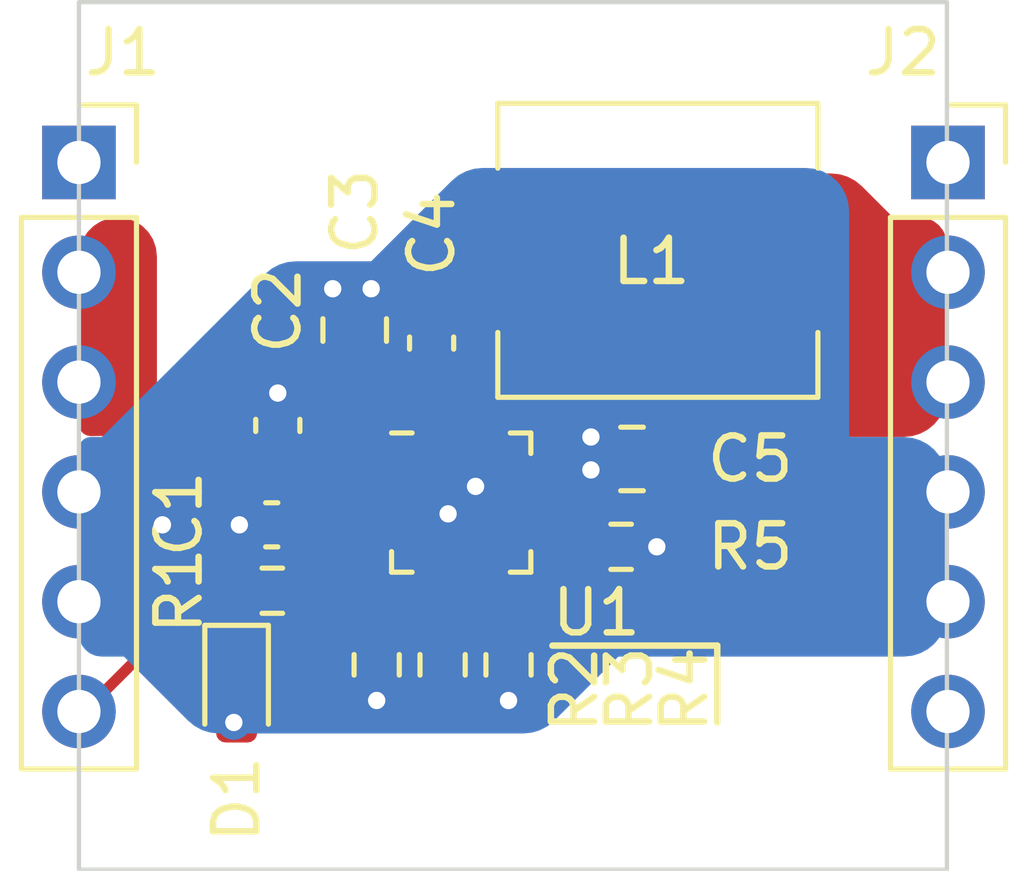
<source format=kicad_pcb>
(kicad_pcb (version 20210722) (generator pcbnew)
  (title_block (title "battery charger") (date "2021-07-07") (rev "0.2") (company "Alex Carter"))
  (layers (0 "F.Cu" signal) (31 "B.Cu" signal) (34 "B.Paste" user) (35 "F.Paste" user) (36 "B.SilkS" user "B.Silkscreen") (37 "F.SilkS" user "F.Silkscreen") (38 "B.Mask" user) (39 "F.Mask" user) (44 "Edge.Cuts" user))
  (net 0 "")
  (net 1 "GND")
  (net 2 "/REGN")
  (net 3 "VBUS")
  (net 4 "Net-(C3-Pad1)")
  (net 5 "Net-(C4-Pad1)")
  (net 6 "Net-(C4-Pad2)")
  (net 7 "+BATT")
  (net 8 "/STAT")
  (net 9 "Net-(R1-Pad2)")
  (net 10 "Net-(R2-Pad2)")
  (net 11 "Net-(R3-Pad2)")
  (net 12 "Net-(R5-Pad1)")
  (footprint "Capacitor_SMD:C_0805_2012Metric" (layer "F.Cu") (at 105.979 66.548 180)
    (fp_text reference "C5" (at -2.733 0 180) (layer "F.SilkS"))
    (fp_text value "10u")
    (fp_line (start -0.261252 0.735) (end 0.261252 0.735) (layer "F.SilkS") (width 0.12))
    (fp_line (start -0.261252 -0.735) (end 0.261252 -0.735) (layer "F.SilkS") (width 0.12))
    (pad "1" smd roundrect locked (at -0.95 0 180) (size 1 1.45) (layers "F.Cu" "F.Paste" "F.Mask") (net 7 "+BATT"))
    (pad "2" smd roundrect locked (at 0.95 0 180) (size 1 1.45) (layers "F.Cu" "F.Paste" "F.Mask") (net 1 "GND"))
  )
  (footprint "Capacitor_SMD:C_0603_1608Metric" (layer "F.Cu") (at 101.346 63.868 90)
    (fp_text reference "C4" (at 2.527 0 90) (layer "F.SilkS"))
    (fp_text value "47n")
    (fp_line (start -0.14058 0.51) (end 0.14058 0.51) (layer "F.SilkS") (width 0.12))
    (fp_line (start -0.14058 -0.51) (end 0.14058 -0.51) (layer "F.SilkS") (width 0.12))
    (pad "1" smd roundrect locked (at -0.775 0 90) (size 0.9 0.95) (layers "F.Cu" "F.Paste" "F.Mask") (net 5 "Net-(C4-Pad1)"))
    (pad "2" smd roundrect locked (at 0.775 0 90) (size 0.9 0.95) (layers "F.Cu" "F.Paste" "F.Mask") (net 6 "Net-(C4-Pad2)"))
  )
  (footprint "Connector_PinSocket_2.54mm:PinSocket_1x06_P2.54mm_Vertical" (layer "F.Cu") (at 93.193 59.69)
    (fp_text reference "J1" (at 1.016 -2.54) (layer "F.SilkS"))
    (fp_text value "Input")
    (fp_line (start 1.33 1.27) (end 1.33 14.03) (layer "F.SilkS") (width 0.12))
    (fp_line (start 1.33 -1.33) (end 1.33 0) (layer "F.SilkS") (width 0.12))
    (fp_line (start -1.33 1.27) (end -1.33 14.03) (layer "F.SilkS") (width 0.12))
    (fp_line (start 0 -1.33) (end 1.33 -1.33) (layer "F.SilkS") (width 0.12))
    (fp_line (start -1.33 14.03) (end 1.33 14.03) (layer "F.SilkS") (width 0.12))
    (fp_line (start -1.33 1.27) (end 1.33 1.27) (layer "F.SilkS") (width 0.12))
    (pad "1" thru_hole rect locked (at 0 0) (size 1.7 1.7) (drill 1) (layers *.Cu *.Mask))
    (pad "2" thru_hole oval locked (at 0 2.54) (size 1.7 1.7) (drill 1) (layers *.Cu *.Mask) (net 3 "VBUS"))
    (pad "3" thru_hole oval locked (at 0 5.08) (size 1.7 1.7) (drill 1) (layers *.Cu *.Mask) (net 3 "VBUS"))
    (pad "4" thru_hole oval locked (at 0 7.62) (size 1.7 1.7) (drill 1) (layers *.Cu *.Mask) (net 1 "GND"))
    (pad "5" thru_hole oval locked (at 0 10.16) (size 1.7 1.7) (drill 1) (layers *.Cu *.Mask) (net 1 "GND"))
    (pad "6" thru_hole oval locked (at 0 12.7) (size 1.7 1.7) (drill 1) (layers *.Cu *.Mask) (net 8 "/STAT"))
  )
  (footprint "Capacitor_SMD:C_0603_1608Metric" (layer "F.Cu") (at 97.79 65.773 90)
    (fp_text reference "C2" (at 2.654 0 90) (layer "F.SilkS"))
    (fp_text value "2.2u")
    (fp_line (start -0.14058 0.51) (end 0.14058 0.51) (layer "F.SilkS") (width 0.12))
    (fp_line (start -0.14058 -0.51) (end 0.14058 -0.51) (layer "F.SilkS") (width 0.12))
    (pad "1" smd roundrect locked (at -0.775 0 90) (size 0.9 0.95) (layers "F.Cu" "F.Paste" "F.Mask") (net 3 "VBUS"))
    (pad "2" smd roundrect locked (at 0.775 0 90) (size 0.9 0.95) (layers "F.Cu" "F.Paste" "F.Mask") (net 1 "GND"))
  )
  (footprint "Capacitor_SMD:C_0805_2012Metric" (layer "F.Cu") (at 99.568 63.566 90)
    (fp_text reference "C3" (at 2.733 0 90) (layer "F.SilkS"))
    (fp_text value "10u")
    (fp_line (start -0.261252 0.735) (end 0.261252 0.735) (layer "F.SilkS") (width 0.12))
    (fp_line (start -0.261252 -0.735) (end 0.261252 -0.735) (layer "F.SilkS") (width 0.12))
    (pad "1" smd roundrect locked (at -0.95 0 90) (size 1 1.45) (layers "F.Cu" "F.Paste" "F.Mask") (net 4 "Net-(C3-Pad1)"))
    (pad "2" smd roundrect locked (at 0.95 0 90) (size 1 1.45) (layers "F.Cu" "F.Paste" "F.Mask") (net 1 "GND"))
  )
  (footprint "Resistor_SMD:R_0603_1608Metric" (layer "F.Cu") (at 101.6 71.31 90)
    (fp_text reference "R3" (at -0.572 4.318 90) (layer "F.SilkS"))
    (fp_text value "10k")
    (fp_line (start -0.237258 -0.5225) (end 0.237258 -0.5225) (layer "F.SilkS") (width 0.12))
    (fp_line (start -0.237258 0.5225) (end 0.237258 0.5225) (layer "F.SilkS") (width 0.12))
    (pad "1" smd roundrect locked (at -0.825 0 90) (size 0.8 0.95) (layers "F.Cu" "F.Paste" "F.Mask") (net 2 "/REGN"))
    (pad "2" smd roundrect locked (at 0.825 0 90) (size 0.8 0.95) (layers "F.Cu" "F.Paste" "F.Mask") (net 11 "Net-(R3-Pad2)"))
  )
  (footprint "LED_SMD:LED_0603_1608Metric" (layer "F.Cu") (at 96.838 71.882 -90)
    (fp_text reference "D1" (at 2.54 0 90) (layer "F.SilkS"))
    (fp_text value "Stat")
    (fp_line (start -1.485 -0.735) (end -1.485 0.735) (layer "F.SilkS") (width 0.12))
    (fp_line (start 0.8 -0.735) (end -1.485 -0.735) (layer "F.SilkS") (width 0.12))
    (fp_line (start -1.485 0.735) (end 0.8 0.735) (layer "F.SilkS") (width 0.12))
    (pad "1" smd roundrect locked (at -0.7875 0 270) (size 0.875 0.95) (layers "F.Cu" "F.Paste" "F.Mask") (net 8 "/STAT"))
    (pad "2" smd roundrect locked (at 0.7875 0 270) (size 0.875 0.95) (layers "F.Cu" "F.Paste" "F.Mask") (net 1 "GND"))
  )
  (footprint "Connector_PinSocket_2.54mm:PinSocket_1x06_P2.54mm_Vertical" (layer "F.Cu") (at 113.284 59.69)
    (fp_text reference "J2" (at -1.041 -2.54) (layer "F.SilkS"))
    (fp_text value "Output")
    (fp_line (start 1.33 1.27) (end 1.33 14.03) (layer "F.SilkS") (width 0.12))
    (fp_line (start -1.33 1.27) (end -1.33 14.03) (layer "F.SilkS") (width 0.12))
    (fp_line (start -1.33 14.03) (end 1.33 14.03) (layer "F.SilkS") (width 0.12))
    (fp_line (start -1.33 1.27) (end 1.33 1.27) (layer "F.SilkS") (width 0.12))
    (fp_line (start 0 -1.33) (end 1.33 -1.33) (layer "F.SilkS") (width 0.12))
    (fp_line (start 1.33 -1.33) (end 1.33 0) (layer "F.SilkS") (width 0.12))
    (pad "1" thru_hole rect locked (at 0 0) (size 1.7 1.7) (drill 1) (layers *.Cu *.Mask))
    (pad "2" thru_hole oval locked (at 0 2.54) (size 1.7 1.7) (drill 1) (layers *.Cu *.Mask) (net 7 "+BATT"))
    (pad "3" thru_hole oval locked (at 0 5.08) (size 1.7 1.7) (drill 1) (layers *.Cu *.Mask) (net 7 "+BATT"))
    (pad "4" thru_hole oval locked (at 0 7.62) (size 1.7 1.7) (drill 1) (layers *.Cu *.Mask) (net 1 "GND"))
    (pad "5" thru_hole oval locked (at 0 10.16) (size 1.7 1.7) (drill 1) (layers *.Cu *.Mask) (net 1 "GND"))
    (pad "6" thru_hole oval locked (at 0 12.7) (size 1.7 1.7) (drill 1) (layers *.Cu *.Mask))
  )
  (footprint "Resistor_SMD:R_0603_1608Metric" (layer "F.Cu") (at 97.663 69.596)
    (fp_text reference "R1" (at -2.159 0 90) (layer "F.SilkS"))
    (fp_text value "1k")
    (fp_line (start -0.237258 -0.5225) (end 0.237258 -0.5225) (layer "F.SilkS") (width 0.12))
    (fp_line (start -0.237258 0.5225) (end 0.237258 0.5225) (layer "F.SilkS") (width 0.12))
    (pad "1" smd roundrect locked (at -0.825 0) (size 0.8 0.95) (layers "F.Cu" "F.Paste" "F.Mask") (net 8 "/STAT"))
    (pad "2" smd roundrect locked (at 0.825 0) (size 0.8 0.95) (layers "F.Cu" "F.Paste" "F.Mask") (net 9 "Net-(R1-Pad2)"))
  )
  (footprint "Resistor_SMD:R_0603_1608Metric" (layer "F.Cu") (at 103.124 71.311 -90)
    (fp_text reference "R4" (at 0.571 -4.064 90) (layer "F.SilkS"))
    (fp_text value "10k")
    (fp_line (start -0.237258 -0.5225) (end 0.237258 -0.5225) (layer "F.SilkS") (width 0.12))
    (fp_line (start -0.237258 0.5225) (end 0.237258 0.5225) (layer "F.SilkS") (width 0.12))
    (pad "1" smd roundrect locked (at -0.825 0 270) (size 0.8 0.95) (layers "F.Cu" "F.Paste" "F.Mask") (net 11 "Net-(R3-Pad2)"))
    (pad "2" smd roundrect locked (at 0.825 0 270) (size 0.8 0.95) (layers "F.Cu" "F.Paste" "F.Mask") (net 1 "GND"))
  )
  (footprint "Package_DFN_QFN:WQFN-16-1EP_3x3mm_P0.5mm_EP1.6x1.6mm" (layer "F.Cu") (at 102.03 67.557)
    (fp_text reference "U1" (at 3.126 2.547) (layer "F.SilkS"))
    (fp_text value "BQ25300")
    (fp_line (start -1.135 1.61) (end -1.61 1.61) (layer "F.SilkS") (width 0.12))
    (fp_line (start 1.61 -1.61) (end 1.61 -1.135) (layer "F.SilkS") (width 0.12))
    (fp_line (start 1.61 1.61) (end 1.61 1.135) (layer "F.SilkS") (width 0.12))
    (fp_line (start -1.61 1.61) (end -1.61 1.135) (layer "F.SilkS") (width 0.12))
    (fp_line (start 1.135 1.61) (end 1.61 1.61) (layer "F.SilkS") (width 0.12))
    (fp_line (start -1.135 -1.61) (end -1.61 -1.61) (layer "F.SilkS") (width 0.12))
    (fp_line (start 1.135 -1.61) (end 1.61 -1.61) (layer "F.SilkS") (width 0.12))
    (pad "1" smd roundrect locked (at -1.4375 -0.75) (size 0.875 0.25) (layers "F.Cu" "F.Paste" "F.Mask") (net 3 "VBUS"))
    (pad "2" smd roundrect locked (at -1.4375 -0.25) (size 0.875 0.25) (layers "F.Cu" "F.Paste" "F.Mask") (net 2 "/REGN"))
    (pad "3" smd roundrect locked (at -1.4375 0.25) (size 0.875 0.25) (layers "F.Cu" "F.Paste" "F.Mask") (net 9 "Net-(R1-Pad2)"))
    (pad "4" smd roundrect locked (at -1.4375 0.75) (size 0.875 0.25) (layers "F.Cu" "F.Paste" "F.Mask") (net 10 "Net-(R2-Pad2)"))
    (pad "5" smd roundrect locked (at -0.75 1.4375) (size 0.25 0.875) (layers "F.Cu" "F.Paste" "F.Mask"))
    (pad "6" smd roundrect locked (at -0.25 1.4375) (size 0.25 0.875) (layers "F.Cu" "F.Paste" "F.Mask"))
    (pad "7" smd roundrect locked (at 0.25 1.4375) (size 0.25 0.875) (layers "F.Cu" "F.Paste" "F.Mask") (net 11 "Net-(R3-Pad2)"))
    (pad "8" smd roundrect locked (at 0.75 1.4375) (size 0.25 0.875) (layers "F.Cu" "F.Paste" "F.Mask"))
    (pad "9" smd roundrect locked (at 1.4375 0.75) (size 0.875 0.25) (layers "F.Cu" "F.Paste" "F.Mask") (net 12 "Net-(R5-Pad1)"))
    (pad "10" smd roundrect locked (at 1.4375 0.25) (size 0.875 0.25) (layers "F.Cu" "F.Paste" "F.Mask") (net 7 "+BATT"))
    (pad "11" smd roundrect locked (at 1.4375 -0.25) (size 0.875 0.25) (layers "F.Cu" "F.Paste" "F.Mask") (net 1 "GND"))
    (pad "12" smd roundrect locked (at 1.4375 -0.75) (size 0.875 0.25) (layers "F.Cu" "F.Paste" "F.Mask") (net 1 "GND"))
    (pad "13" smd roundrect locked (at 0.75 -1.4375) (size 0.25 0.875) (layers "F.Cu" "F.Paste" "F.Mask") (net 6 "Net-(C4-Pad2)"))
    (pad "14" smd roundrect locked (at 0.25 -1.4375) (size 0.25 0.875) (layers "F.Cu" "F.Paste" "F.Mask") (net 6 "Net-(C4-Pad2)"))
    (pad "15" smd roundrect locked (at -0.25 -1.4375) (size 0.25 0.875) (layers "F.Cu" "F.Paste" "F.Mask") (net 5 "Net-(C4-Pad1)"))
    (pad "16" smd roundrect locked (at -0.75 -1.4375) (size 0.25 0.875) (layers "F.Cu" "F.Paste" "F.Mask") (net 4 "Net-(C3-Pad1)"))
    (pad "17" smd rect locked (at 0 0) (size 1.6 1.6) (layers "F.Cu" "F.Mask") (net 1 "GND"))
  )
  (footprint "Capacitor_SMD:C_0603_1608Metric" (layer "F.Cu") (at 97.65 68.072)
    (fp_text reference "C1" (at -2.146 -0.254 90) (layer "F.SilkS"))
    (fp_text value "2u2")
    (fp_line (start -0.14058 0.51) (end 0.14058 0.51) (layer "F.SilkS") (width 0.12))
    (fp_line (start -0.14058 -0.51) (end 0.14058 -0.51) (layer "F.SilkS") (width 0.12))
    (pad "1" smd roundrect locked (at -0.775 0) (size 0.9 0.95) (layers "F.Cu" "F.Paste" "F.Mask") (net 1 "GND"))
    (pad "2" smd roundrect locked (at 0.775 0) (size 0.9 0.95) (layers "F.Cu" "F.Paste" "F.Mask") (net 2 "/REGN"))
  )
  (footprint "Resistor_SMD:R_0603_1608Metric" (layer "F.Cu") (at 105.727 68.58)
    (fp_text reference "R5" (at 2.985 0) (layer "F.SilkS"))
    (fp_text value "0")
    (fp_line (start -0.237258 -0.5225) (end 0.237258 -0.5225) (layer "F.SilkS") (width 0.12))
    (fp_line (start -0.237258 0.5225) (end 0.237258 0.5225) (layer "F.SilkS") (width 0.12))
    (pad "1" smd roundrect locked (at -0.825 0) (size 0.8 0.95) (layers "F.Cu" "F.Paste" "F.Mask") (net 12 "Net-(R5-Pad1)"))
    (pad "2" smd roundrect locked (at 0.825 0) (size 0.8 0.95) (layers "F.Cu" "F.Paste" "F.Mask") (net 1 "GND"))
  )
  (footprint "Inductor_SMD:L_Abracon_ASPI-0630LR" (layer "F.Cu") (at 106.576 61.722)
    (fp_text reference "L1" (at -0.15 0.254) (layer "F.SilkS"))
    (fp_text value "1u")
    (fp_line (start -3.7 3.4) (end -3.7 1.9) (layer "F.SilkS") (width 0.12))
    (fp_line (start 3.7 -3.4) (end -3.7 -3.4) (layer "F.SilkS") (width 0.12))
    (fp_line (start -3.7 3.4) (end 3.7 3.4) (layer "F.SilkS") (width 0.12))
    (fp_line (start 3.7 3.4) (end 3.7 1.9) (layer "F.SilkS") (width 0.12))
    (fp_line (start 3.7 -3.4) (end 3.7 -1.9) (layer "F.SilkS") (width 0.12))
    (fp_line (start -3.7 -3.4) (end -3.7 -1.9) (layer "F.SilkS") (width 0.12))
    (pad "1" smd roundrect locked (at -3.025 0) (size 2.35 3.4) (layers "F.Cu" "F.Paste" "F.Mask") (roundrect_rratio 0.1) (net 6 "Net-(C4-Pad2)"))
    (pad "2" smd roundrect locked (at 3.025 0) (size 2.35 3.4) (layers "F.Cu" "F.Paste" "F.Mask") (roundrect_rratio 0.1) (net 7 "+BATT"))
  )
  (footprint "Resistor_SMD:R_0603_1608Metric" (layer "F.Cu") (at 100.076 71.31 90)
    (fp_text reference "R2" (at -0.572 4.572 90) (layer "F.SilkS"))
    (fp_text value "20k")
    (fp_line (start -0.237258 0.5225) (end 0.237258 0.5225) (layer "F.SilkS") (width 0.12))
    (fp_line (start -0.237258 -0.5225) (end 0.237258 -0.5225) (layer "F.SilkS") (width 0.12))
    (pad "1" smd roundrect locked (at -0.825 0 90) (size 0.8 0.95) (layers "F.Cu" "F.Paste" "F.Mask") (net 1 "GND"))
    (pad "2" smd roundrect locked (at 0.825 0 90) (size 0.8 0.95) (layers "F.Cu" "F.Paste" "F.Mask") (net 10 "Net-(R2-Pad2)"))
  )
  (gr_line (start 104.14 70.866) (end 107.95 70.866) (layer "F.SilkS") (width 0.15))
  (gr_line (start 107.95 70.866) (end 107.95 72.644) (layer "F.SilkS") (width 0.15))
  (gr_rect (start 113.259 76.048) (end 93.193 55.982) (layer "Edge.Cuts") (width 0.1) (fill none))
  (segment (start 99.065 62.616) (end 99.06 62.611) (width 0.25) (layer "F.Cu") (net 1))
  (segment (start 102.03 67.515) (end 102.362 67.183) (width 0.25) (layer "F.Cu") (net 1))
  (segment (start 99.568 62.616) (end 99.944 62.616) (width 0.25) (layer "F.Cu") (net 1))
  (segment (start 102.03 67.557) (end 101.988 67.557) (width 0.25) (layer "F.Cu") (net 1))
  (segment (start 97.79 64.998) (end 97.79 65.024) (width 0.25) (layer "F.Cu") (net 1))
  (segment (start 99.944 62.616) (end 99.949 62.611) (width 0.25) (layer "F.Cu") (net 1))
  (segment (start 96.875 68.072) (end 96.901 68.072) (width 0.25) (layer "F.Cu") (net 1))
  (segment (start 96.7995 72.6695) (end 96.774 72.644) (width 0.25) (layer "F.Cu") (net 1))
  (segment (start 96.838 72.6695) (end 96.7995 72.6695) (width 0.25) (layer "F.Cu") (net 1))
  (segment (start 100.076 72.135) (end 100.076 72.13501) (width 0.25) (layer "F.Cu") (net 1))
  (segment (start 105.029 66.548) (end 105.029 66.04) (width 0.25) (layer "F.Cu") (net 1))
  (segment (start 106.552 68.58) (end 106.553 68.58) (width 0.25) (layer "F.Cu") (net 1))
  (segment (start 99.568 62.616) (end 99.065 62.616) (width 0.25) (layer "F.Cu") (net 1))
  (segment (start 105.029 66.548) (end 105.029 66.802) (width 0.25) (layer "F.Cu") (net 1))
  (segment (start 101.988 67.557) (end 101.727 67.818) (width 0.25) (layer "F.Cu") (net 1))
  (segment (start 102.03 67.557) (end 102.03 67.515) (width 0.25) (layer "F.Cu") (net 1))
  (via (at 96.774 72.644) (size 0.8) (drill 0.4) (layers "F.Cu" "B.Cu") (net 1))
  (via (at 100.076 72.13501) (size 0.8) (drill 0.4) (layers "F.Cu" "B.Cu") (net 1))
  (via (at 99.06 62.611) (size 0.8) (drill 0.4) (layers "F.Cu" "B.Cu") (net 1))
  (via (at 97.79 65.024) (size 0.8) (drill 0.4) (layers "F.Cu" "B.Cu") (net 1))
  (via (at 103.124 72.136) (size 0.8) (drill 0.4) (layers "F.Cu" "B.Cu") (net 1))
  (via (at 105.029 66.802) (size 0.8) (drill 0.4) (layers "F.Cu" "B.Cu") (net 1))
  (via (at 101.727 67.818) (size 0.8) (drill 0.4) (layers "F.Cu" "B.Cu") (net 1))
  (via (at 106.553 68.58) (size 0.8) (drill 0.4) (layers "F.Cu" "B.Cu") (net 1))
  (via (at 96.901 68.072) (size 0.8) (drill 0.4) (layers "F.Cu" "B.Cu") (net 1))
  (via (at 102.362 67.183) (size 0.8) (drill 0.4) (layers "F.Cu" "B.Cu") (net 1))
  (via (at 95.123 68.072) (size 0.8) (drill 0.4) (layers "F.Cu" "B.Cu") (net 1))
  (via (at 105.029 66.04) (size 0.8) (drill 0.4) (layers "F.Cu" "B.Cu") (net 1))
  (via (at 99.949 62.611) (size 0.8) (drill 0.4) (layers "F.Cu" "B.Cu") (net 1))
  (segment (start 100.67452 71.20952) (end 97.93303 71.20952) (width 0.25) (layer "F.Cu") (net 2))
  (segment (start 99.698 67.307) (end 100.5925 67.307) (width 0.25) (layer "F.Cu") (net 2))
  (segment (start 97.76298 71.03947) (end 97.76298 68.73402) (width 0.25) (layer "F.Cu") (net 2))
  (segment (start 97.93303 71.20952) (end 97.76298 71.03947) (width 0.25) (layer "F.Cu") (net 2))
  (segment (start 97.76298 68.73402) (end 98.425 68.072) (width 0.25) (layer "F.Cu") (net 2))
  (segment (start 98.425 68.072) (end 98.933 68.072) (width 0.25) (layer "F.Cu") (net 2))
  (segment (start 101.6 72.135) (end 100.67452 71.20952) (width 0.25) (layer "F.Cu") (net 2))
  (segment (start 98.933 68.072) (end 99.698 67.307) (width 0.25) (layer "F.Cu") (net 2))
  (segment (start 101.346 64.643) (end 101.6 64.389) (width 0.25) (layer "F.Cu") (net 5))
  (segment (start 101.6 64.389) (end 101.78 64.569) (width 0.25) (layer "F.Cu") (net 5))
  (segment (start 101.78 64.569) (end 101.78 66.1195) (width 0.25) (layer "F.Cu") (net 5))
  (segment (start 105.69702 67.77998) (end 106.929 66.548) (width 0.25) (layer "F.Cu") (net 7))
  (segment (start 103.4675 67.807) (end 103.49452 67.77998) (width 0.25) (layer "F.Cu") (net 7))
  (segment (start 103.49452 67.77998) (end 105.69702 67.77998) (width 0.25) (layer "F.Cu") (net 7))
  (segment (start 96.838 69.596) (end 96.838 71.0945) (width 0.25) (layer "F.Cu") (net 8))
  (segment (start 94.61352 71.0945) (end 93.31802 72.39) (width 0.25) (layer "F.Cu") (net 8))
  (segment (start 96.838 71.0945) (end 94.61352 71.0945) (width 0.25) (layer "F.Cu") (net 8))
  (segment (start 98.488 69.596) (end 98.488 69.425964) (width 0.25) (layer "F.Cu") (net 9))
  (segment (start 100.095964 67.818) (end 100.5815 67.818) (width 0.25) (layer "F.Cu") (net 9))
  (segment (start 98.488 69.425964) (end 100.095964 67.818) (width 0.25) (layer "F.Cu") (net 9))
  (segment (start 100.5815 67.818) (end 100.5925 67.807) (width 0.25) (layer "F.Cu") (net 9))
  (segment (start 100.076 68.58) (end 100.076 70.485) (width 0.25) (layer "F.Cu") (net 10))
  (segment (start 100.349 68.307) (end 100.076 68.58) (width 0.25) (layer "F.Cu") (net 10))
  (segment (start 100.5925 68.307) (end 100.349 68.307) (width 0.25) (layer "F.Cu") (net 10))
  (segment (start 100.076 68.58) (end 100.076 68.8235) (width 0.25) (layer "F.Cu") (net 10))
  (segment (start 102.28 69.805) (end 102.28 68.9945) (width 0.25) (layer "F.Cu") (net 11))
  (segment (start 101.6 70.485) (end 102.28 69.805) (width 0.25) (layer "F.Cu") (net 11))
  (segment (start 103.124 70.486) (end 102.961 70.486) (width 0.25) (layer "F.Cu") (net 11))
  (segment (start 102.961 70.486) (end 102.28 69.805) (width 0.25) (layer "F.Cu") (net 11))
  (segment (start 104.629 68.307) (end 104.902 68.58) (width 0.25) (layer "F.Cu") (net 12))
  (segment (start 103.4675 68.307) (end 104.629 68.307) (width 0.25) (layer "F.Cu") (net 12))
  (zone (net 4) (net_name "Net-(C3-Pad1)") (layer "F.Cu") (priority 1) (connect_pads yes (clearance 0.2)) (min_thickness 0.254) (fill yes (thermal_gap 0.508) (thermal_bridge_width 0.508) (island_removal_mode 1) (island_area_min 0))
    (polygon (pts (xy 100.33 65.151) (xy 100.584 65.405) (xy 101.092 65.405) (xy 101.346 65.659) (xy 101.346 66.548) (xy 101.092 66.548) (xy 100.838 66.167) (xy 99.949 66.167) (xy 98.933 65.151) (xy 98.933 64.389) (xy 100.33 64.389)))
  )
  (zone (net 3) (net_name "VBUS") (layer "F.Cu") (connect_pads yes (clearance 0.2)) (min_thickness 0.254) (fill yes (thermal_gap 0.508) (thermal_bridge_width 0.508) (island_removal_mode 1) (island_area_min 0))
    (polygon (pts (xy 99.822 66.421) (xy 100.711 66.421) (xy 100.965 66.675) (xy 100.965 66.929) (xy 97.282 66.929) (xy 97.282 66.167) (xy 99.568 66.167)))
  )
  (zone (net 3) (net_name "VBUS") (layer "F.Cu") (connect_pads yes (clearance 0)) (min_thickness 0.254) (fill yes (thermal_gap 0.508) (thermal_bridge_width 0.508) (smoothing fillet) (radius 1) (island_removal_mode 1) (island_area_min 0))
    (polygon (pts (xy 94.996 64.77) (xy 96.139 65.913) (xy 96.52 66.04) (xy 98.044 66.04) (xy 98.171 66.167) (xy 98.171 66.929) (xy 94.742 66.929) (xy 93.726 66.015) (xy 92.202 66.04) (xy 92.202 60.96) (xy 94.996 60.96)))
  )
  (zone (net 7) (net_name "+BATT") (layer "F.Cu") (priority 3) (connect_pads yes (clearance 0)) (min_thickness 0.254) (fill yes (thermal_gap 0.508) (thermal_bridge_width 0.508) (smoothing fillet) (radius 1) (island_removal_mode 1) (island_area_min 0))
    (polygon (pts (xy 108.331 59.944) (xy 110.998 59.944) (xy 112.014 60.96) (xy 114.046 60.96) (xy 114.046 66.04) (xy 108.712 66.04) (xy 107.696 67.31) (xy 106.172 67.31) (xy 106.172 65.659) (xy 108.331 63.881)))
  )
  (zone (net 6) (net_name "Net-(C4-Pad2)") (layer "F.Cu") (priority 3) (connect_pads yes (clearance 0)) (min_thickness 0.254) (fill yes (thermal_gap 0.508) (thermal_bridge_width 0.508) (island_removal_mode 1) (island_area_min 0))
    (polygon (pts (xy 104.648 64.77) (xy 102.87 66.548) (xy 102.108 66.548) (xy 102.108 64.008) (xy 101.727 63.627) (xy 100.965 63.627) (xy 100.965 62.484) (xy 102.362 62.484) (xy 102.362 59.944) (xy 104.648 59.944)))
  )
  (zone (net 1) (net_name "GND") (layer "F.Cu") (connect_pads yes (clearance 0)) (min_thickness 0.254) (fill yes (thermal_gap 0.508) (thermal_bridge_width 0.508) (island_removal_mode 1) (island_area_min 0))
    (polygon (pts (xy 105.537 67.056) (xy 105.156 67.437) (xy 103.124 67.437) (xy 103.124 66.675) (xy 104.267 66.675) (xy 104.521 66.421) (xy 104.521 65.786) (xy 105.537 65.786)))
  )
  (zone (net 1) (net_name "GND") (layer "B.Cu") (connect_pads yes (clearance 0)) (min_thickness 0.254) (fill yes (thermal_gap 0.508) (thermal_bridge_width 0.508) (smoothing fillet) (radius 1) (island_removal_mode 1) (island_area_min 0))
    (polygon (pts (xy 110.998 66.04) (xy 114.046 66.04) (xy 114.046 71.12) (xy 105.664 71.12) (xy 103.886 72.898) (xy 96.012 72.898) (xy 94.234 71.12) (xy 92.202 71.12) (xy 92.202 66.04) (xy 93.726 66.04) (xy 97.79 61.976) (xy 99.949 61.976) (xy 102.108 59.817) (xy 110.998 59.817)))
  )
)
</source>
